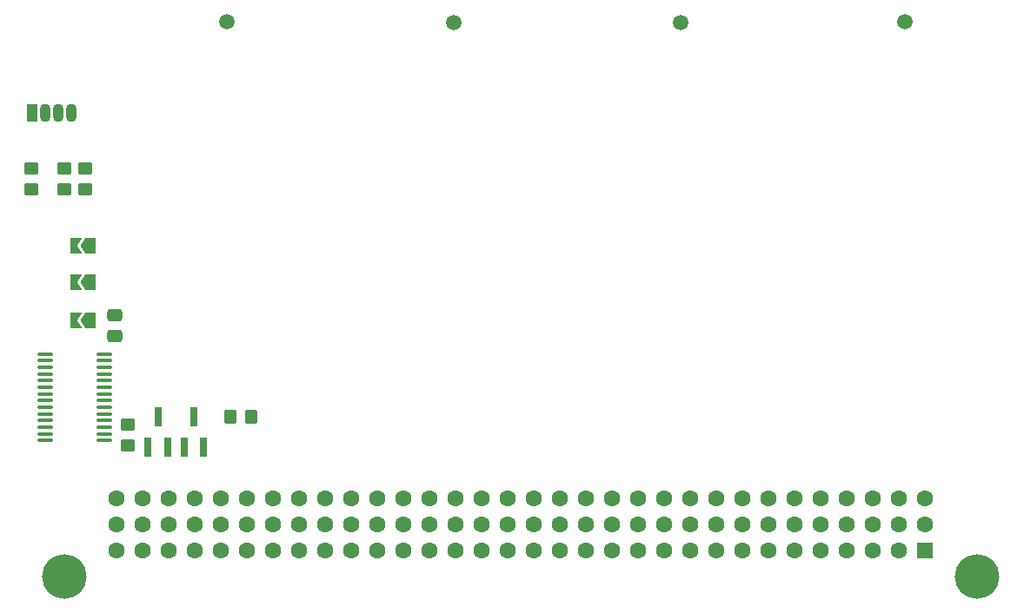
<source format=gbr>
%TF.GenerationSoftware,KiCad,Pcbnew,7.0.7*%
%TF.CreationDate,2024-06-20T17:34:36-04:00*%
%TF.ProjectId,Thruster_Control_Card,54687275-7374-4657-925f-436f6e74726f,rev?*%
%TF.SameCoordinates,Original*%
%TF.FileFunction,Soldermask,Top*%
%TF.FilePolarity,Negative*%
%FSLAX46Y46*%
G04 Gerber Fmt 4.6, Leading zero omitted, Abs format (unit mm)*
G04 Created by KiCad (PCBNEW 7.0.7) date 2024-06-20 17:34:36*
%MOMM*%
%LPD*%
G01*
G04 APERTURE LIST*
G04 Aperture macros list*
%AMRoundRect*
0 Rectangle with rounded corners*
0 $1 Rounding radius*
0 $2 $3 $4 $5 $6 $7 $8 $9 X,Y pos of 4 corners*
0 Add a 4 corners polygon primitive as box body*
4,1,4,$2,$3,$4,$5,$6,$7,$8,$9,$2,$3,0*
0 Add four circle primitives for the rounded corners*
1,1,$1+$1,$2,$3*
1,1,$1+$1,$4,$5*
1,1,$1+$1,$6,$7*
1,1,$1+$1,$8,$9*
0 Add four rect primitives between the rounded corners*
20,1,$1+$1,$2,$3,$4,$5,0*
20,1,$1+$1,$4,$5,$6,$7,0*
20,1,$1+$1,$6,$7,$8,$9,0*
20,1,$1+$1,$8,$9,$2,$3,0*%
%AMFreePoly0*
4,1,6,1.000000,0.000000,0.500000,-0.750000,-0.500000,-0.750000,-0.500000,0.750000,0.500000,0.750000,1.000000,0.000000,1.000000,0.000000,$1*%
%AMFreePoly1*
4,1,6,0.500000,-0.750000,-0.650000,-0.750000,-0.150000,0.000000,-0.650000,0.750000,0.500000,0.750000,0.500000,-0.750000,0.500000,-0.750000,$1*%
G04 Aperture macros list end*
%ADD10RoundRect,0.250000X0.450000X-0.350000X0.450000X0.350000X-0.450000X0.350000X-0.450000X-0.350000X0*%
%ADD11RoundRect,0.100000X-0.637500X-0.100000X0.637500X-0.100000X0.637500X0.100000X-0.637500X0.100000X0*%
%ADD12R,0.800000X1.900000*%
%ADD13FreePoly0,180.000000*%
%ADD14FreePoly1,180.000000*%
%ADD15R,1.605000X1.605000*%
%ADD16C,1.605000*%
%ADD17C,4.335000*%
%ADD18RoundRect,0.250000X-0.450000X0.350000X-0.450000X-0.350000X0.450000X-0.350000X0.450000X0.350000X0*%
%ADD19C,1.500000*%
%ADD20R,1.070000X1.800000*%
%ADD21O,1.070000X1.800000*%
%ADD22RoundRect,0.250000X0.475000X-0.337500X0.475000X0.337500X-0.475000X0.337500X-0.475000X-0.337500X0*%
%ADD23RoundRect,0.250000X-0.350000X-0.450000X0.350000X-0.450000X0.350000X0.450000X-0.350000X0.450000X0*%
G04 APERTURE END LIST*
D10*
%TO.C,R5*%
X161900000Y-94700000D03*
X161900000Y-92700000D03*
%TD*%
D11*
%TO.C,I2C_PWM_DRIVER1*%
X153837500Y-85775000D03*
X153837500Y-86425000D03*
X153837500Y-87075000D03*
X153837500Y-87725000D03*
X153837500Y-88375000D03*
X153837500Y-89025000D03*
X153837500Y-89675000D03*
X153837500Y-90325000D03*
X153837500Y-90975000D03*
X153837500Y-91625000D03*
X153837500Y-92275000D03*
X153837500Y-92925000D03*
X153837500Y-93575000D03*
X153837500Y-94225000D03*
X159562500Y-94225000D03*
X159562500Y-93575000D03*
X159562500Y-92925000D03*
X159562500Y-92275000D03*
X159562500Y-91625000D03*
X159562500Y-90975000D03*
X159562500Y-90325000D03*
X159562500Y-89675000D03*
X159562500Y-89025000D03*
X159562500Y-88375000D03*
X159562500Y-87725000D03*
X159562500Y-87075000D03*
X159562500Y-86425000D03*
X159562500Y-85775000D03*
%TD*%
D12*
%TO.C,Q2*%
X163850000Y-94900000D03*
X165750000Y-94900000D03*
X164800000Y-91900000D03*
%TD*%
D13*
%TO.C,A2*%
X158225000Y-82500000D03*
D14*
X156775000Y-82500000D03*
%TD*%
D15*
%TO.C,J1*%
X239522000Y-104902000D03*
D16*
X236982000Y-104902000D03*
X234442000Y-104902000D03*
X231902000Y-104902000D03*
X229362000Y-104902000D03*
X226822000Y-104902000D03*
X224282000Y-104902000D03*
X221742000Y-104902000D03*
X219202000Y-104902000D03*
X216662000Y-104902000D03*
X214122000Y-104902000D03*
X211582000Y-104902000D03*
X209042000Y-104902000D03*
X206502000Y-104902000D03*
X203962000Y-104902000D03*
X201422000Y-104902000D03*
X198882000Y-104902000D03*
X196342000Y-104902000D03*
X193802000Y-104902000D03*
X191262000Y-104902000D03*
X188722000Y-104902000D03*
X186182000Y-104902000D03*
X183642000Y-104902000D03*
X181102000Y-104902000D03*
X178562000Y-104902000D03*
X176022000Y-104902000D03*
X173482000Y-104902000D03*
X170942000Y-104902000D03*
X168402000Y-104902000D03*
X165862000Y-104902000D03*
X163322000Y-104902000D03*
X160782000Y-104902000D03*
X239522000Y-102362000D03*
X236982000Y-102362000D03*
X234442000Y-102362000D03*
X231902000Y-102362000D03*
X229362000Y-102362000D03*
X226822000Y-102362000D03*
X224282000Y-102362000D03*
X221742000Y-102362000D03*
X219202000Y-102362000D03*
X216662000Y-102362000D03*
X214122000Y-102362000D03*
X211582000Y-102362000D03*
X209042000Y-102362000D03*
X206502000Y-102362000D03*
X203962000Y-102362000D03*
X201422000Y-102362000D03*
X198882000Y-102362000D03*
X196342000Y-102362000D03*
X193802000Y-102362000D03*
X191262000Y-102362000D03*
X188722000Y-102362000D03*
X186182000Y-102362000D03*
X183642000Y-102362000D03*
X181102000Y-102362000D03*
X178562000Y-102362000D03*
X176022000Y-102362000D03*
X173482000Y-102362000D03*
X170942000Y-102362000D03*
X168402000Y-102362000D03*
X165862000Y-102362000D03*
X163322000Y-102362000D03*
X160782000Y-102362000D03*
X239522000Y-99822000D03*
X236982000Y-99822000D03*
X234442000Y-99822000D03*
X231902000Y-99822000D03*
X229362000Y-99822000D03*
X226822000Y-99822000D03*
X224282000Y-99822000D03*
X221742000Y-99822000D03*
X219202000Y-99822000D03*
X216662000Y-99822000D03*
X214122000Y-99822000D03*
X211582000Y-99822000D03*
X209042000Y-99822000D03*
X206502000Y-99822000D03*
X203962000Y-99822000D03*
X201422000Y-99822000D03*
X198882000Y-99822000D03*
X196342000Y-99822000D03*
X193802000Y-99822000D03*
X191262000Y-99822000D03*
X188722000Y-99822000D03*
X186182000Y-99822000D03*
X183642000Y-99822000D03*
X181102000Y-99822000D03*
X178562000Y-99822000D03*
X176022000Y-99822000D03*
X173482000Y-99822000D03*
X170942000Y-99822000D03*
X168402000Y-99822000D03*
X165862000Y-99822000D03*
X163322000Y-99822000D03*
X160782000Y-99822000D03*
D17*
X244602000Y-107442000D03*
X155702000Y-107442000D03*
%TD*%
D13*
%TO.C,A1*%
X158225000Y-78800000D03*
D14*
X156775000Y-78800000D03*
%TD*%
D12*
%TO.C,Q1*%
X167350000Y-94900000D03*
X169250000Y-94900000D03*
X168300000Y-91900000D03*
%TD*%
D18*
%TO.C,R2*%
X155700000Y-67700000D03*
X155700000Y-69700000D03*
%TD*%
D19*
%TO.C,TP2*%
X193600000Y-53500000D03*
%TD*%
%TO.C,TP4*%
X237600000Y-53400000D03*
%TD*%
%TO.C,TP1*%
X171500000Y-53400000D03*
%TD*%
D18*
%TO.C,R3*%
X157700000Y-67700000D03*
X157700000Y-69700000D03*
%TD*%
D20*
%TO.C,D1*%
X152590000Y-62300000D03*
D21*
X153860000Y-62300000D03*
X155130000Y-62300000D03*
X156400000Y-62300000D03*
%TD*%
D18*
%TO.C,R1*%
X152500000Y-67700000D03*
X152500000Y-69700000D03*
%TD*%
D19*
%TO.C,TP3*%
X215700000Y-53500000D03*
%TD*%
D22*
%TO.C,C1*%
X160600000Y-84037500D03*
X160600000Y-81962500D03*
%TD*%
D13*
%TO.C,A0*%
X158225000Y-75200000D03*
D14*
X156775000Y-75200000D03*
%TD*%
D23*
%TO.C,R4*%
X171900000Y-91900000D03*
X173900000Y-91900000D03*
%TD*%
M02*

</source>
